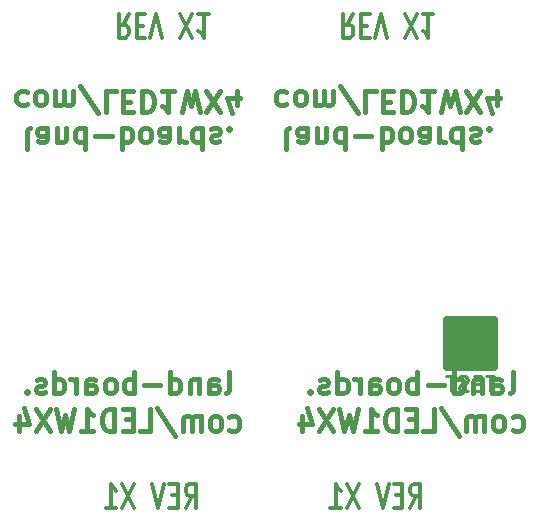
<source format=gbr>
G04 #@! TF.FileFunction,Legend,Bot*
%FSLAX46Y46*%
G04 Gerber Fmt 4.6, Leading zero omitted, Abs format (unit mm)*
G04 Created by KiCad (PCBNEW 4.0.5) date 03/12/17 12:42:56*
%MOMM*%
%LPD*%
G01*
G04 APERTURE LIST*
%ADD10C,0.150000*%
%ADD11C,0.304800*%
%ADD12C,0.450000*%
%ADD13C,0.650000*%
%ADD14C,0.254000*%
G04 APERTURE END LIST*
D10*
D11*
X188902858Y-122919238D02*
X189410858Y-121951619D01*
X189773715Y-122919238D02*
X189773715Y-120887238D01*
X189193143Y-120887238D01*
X189048001Y-120984000D01*
X188975429Y-121080762D01*
X188902858Y-121274286D01*
X188902858Y-121564571D01*
X188975429Y-121758095D01*
X189048001Y-121854857D01*
X189193143Y-121951619D01*
X189773715Y-121951619D01*
X188249715Y-121854857D02*
X187741715Y-121854857D01*
X187524001Y-122919238D02*
X188249715Y-122919238D01*
X188249715Y-120887238D01*
X187524001Y-120887238D01*
X187088572Y-120887238D02*
X186580572Y-122919238D01*
X186072572Y-120887238D01*
X184548572Y-120887238D02*
X183532572Y-122919238D01*
X183532572Y-120887238D02*
X184548572Y-122919238D01*
X182153714Y-122919238D02*
X183024571Y-122919238D01*
X182589143Y-122919238D02*
X182589143Y-120887238D01*
X182734286Y-121177524D01*
X182879428Y-121371048D01*
X183024571Y-121467810D01*
D12*
X197314284Y-113239286D02*
X197485712Y-113153571D01*
X197571427Y-112982143D01*
X197571427Y-111439286D01*
X195857141Y-113239286D02*
X195857141Y-112296429D01*
X195942855Y-112125000D01*
X196114284Y-112039286D01*
X196457141Y-112039286D01*
X196628570Y-112125000D01*
X195857141Y-113153571D02*
X196028570Y-113239286D01*
X196457141Y-113239286D01*
X196628570Y-113153571D01*
X196714284Y-112982143D01*
X196714284Y-112810714D01*
X196628570Y-112639286D01*
X196457141Y-112553571D01*
X196028570Y-112553571D01*
X195857141Y-112467857D01*
X194999999Y-112039286D02*
X194999999Y-113239286D01*
X194999999Y-112210714D02*
X194914284Y-112125000D01*
X194742856Y-112039286D01*
X194485713Y-112039286D01*
X194314284Y-112125000D01*
X194228570Y-112296429D01*
X194228570Y-113239286D01*
X192599999Y-113239286D02*
X192599999Y-111439286D01*
X192599999Y-113153571D02*
X192771428Y-113239286D01*
X193114285Y-113239286D01*
X193285713Y-113153571D01*
X193371428Y-113067857D01*
X193457142Y-112896429D01*
X193457142Y-112382143D01*
X193371428Y-112210714D01*
X193285713Y-112125000D01*
X193114285Y-112039286D01*
X192771428Y-112039286D01*
X192599999Y-112125000D01*
X191742857Y-112553571D02*
X190371428Y-112553571D01*
X189514286Y-113239286D02*
X189514286Y-111439286D01*
X189514286Y-112125000D02*
X189342857Y-112039286D01*
X189000000Y-112039286D01*
X188828571Y-112125000D01*
X188742857Y-112210714D01*
X188657143Y-112382143D01*
X188657143Y-112896429D01*
X188742857Y-113067857D01*
X188828571Y-113153571D01*
X189000000Y-113239286D01*
X189342857Y-113239286D01*
X189514286Y-113153571D01*
X187628572Y-113239286D02*
X187800000Y-113153571D01*
X187885715Y-113067857D01*
X187971429Y-112896429D01*
X187971429Y-112382143D01*
X187885715Y-112210714D01*
X187800000Y-112125000D01*
X187628572Y-112039286D01*
X187371429Y-112039286D01*
X187200000Y-112125000D01*
X187114286Y-112210714D01*
X187028572Y-112382143D01*
X187028572Y-112896429D01*
X187114286Y-113067857D01*
X187200000Y-113153571D01*
X187371429Y-113239286D01*
X187628572Y-113239286D01*
X185485715Y-113239286D02*
X185485715Y-112296429D01*
X185571429Y-112125000D01*
X185742858Y-112039286D01*
X186085715Y-112039286D01*
X186257144Y-112125000D01*
X185485715Y-113153571D02*
X185657144Y-113239286D01*
X186085715Y-113239286D01*
X186257144Y-113153571D01*
X186342858Y-112982143D01*
X186342858Y-112810714D01*
X186257144Y-112639286D01*
X186085715Y-112553571D01*
X185657144Y-112553571D01*
X185485715Y-112467857D01*
X184628573Y-113239286D02*
X184628573Y-112039286D01*
X184628573Y-112382143D02*
X184542858Y-112210714D01*
X184457144Y-112125000D01*
X184285715Y-112039286D01*
X184114287Y-112039286D01*
X182742858Y-113239286D02*
X182742858Y-111439286D01*
X182742858Y-113153571D02*
X182914287Y-113239286D01*
X183257144Y-113239286D01*
X183428572Y-113153571D01*
X183514287Y-113067857D01*
X183600001Y-112896429D01*
X183600001Y-112382143D01*
X183514287Y-112210714D01*
X183428572Y-112125000D01*
X183257144Y-112039286D01*
X182914287Y-112039286D01*
X182742858Y-112125000D01*
X181971430Y-113153571D02*
X181800001Y-113239286D01*
X181457144Y-113239286D01*
X181285716Y-113153571D01*
X181200001Y-112982143D01*
X181200001Y-112896429D01*
X181285716Y-112725000D01*
X181457144Y-112639286D01*
X181714287Y-112639286D01*
X181885716Y-112553571D01*
X181971430Y-112382143D01*
X181971430Y-112296429D01*
X181885716Y-112125000D01*
X181714287Y-112039286D01*
X181457144Y-112039286D01*
X181285716Y-112125000D01*
X180428573Y-113067857D02*
X180342858Y-113153571D01*
X180428573Y-113239286D01*
X180514287Y-113153571D01*
X180428573Y-113067857D01*
X180428573Y-113239286D01*
X197571428Y-116303571D02*
X197742857Y-116389286D01*
X198085714Y-116389286D01*
X198257142Y-116303571D01*
X198342857Y-116217857D01*
X198428571Y-116046429D01*
X198428571Y-115532143D01*
X198342857Y-115360714D01*
X198257142Y-115275000D01*
X198085714Y-115189286D01*
X197742857Y-115189286D01*
X197571428Y-115275000D01*
X196542857Y-116389286D02*
X196714285Y-116303571D01*
X196800000Y-116217857D01*
X196885714Y-116046429D01*
X196885714Y-115532143D01*
X196800000Y-115360714D01*
X196714285Y-115275000D01*
X196542857Y-115189286D01*
X196285714Y-115189286D01*
X196114285Y-115275000D01*
X196028571Y-115360714D01*
X195942857Y-115532143D01*
X195942857Y-116046429D01*
X196028571Y-116217857D01*
X196114285Y-116303571D01*
X196285714Y-116389286D01*
X196542857Y-116389286D01*
X195171429Y-116389286D02*
X195171429Y-115189286D01*
X195171429Y-115360714D02*
X195085714Y-115275000D01*
X194914286Y-115189286D01*
X194657143Y-115189286D01*
X194485714Y-115275000D01*
X194400000Y-115446429D01*
X194400000Y-116389286D01*
X194400000Y-115446429D02*
X194314286Y-115275000D01*
X194142857Y-115189286D01*
X193885714Y-115189286D01*
X193714286Y-115275000D01*
X193628571Y-115446429D01*
X193628571Y-116389286D01*
X191485714Y-114503571D02*
X193028571Y-116817857D01*
X190028572Y-116389286D02*
X190885715Y-116389286D01*
X190885715Y-114589286D01*
X189428572Y-115446429D02*
X188828572Y-115446429D01*
X188571429Y-116389286D02*
X189428572Y-116389286D01*
X189428572Y-114589286D01*
X188571429Y-114589286D01*
X187800001Y-116389286D02*
X187800001Y-114589286D01*
X187371429Y-114589286D01*
X187114286Y-114675000D01*
X186942858Y-114846429D01*
X186857143Y-115017857D01*
X186771429Y-115360714D01*
X186771429Y-115617857D01*
X186857143Y-115960714D01*
X186942858Y-116132143D01*
X187114286Y-116303571D01*
X187371429Y-116389286D01*
X187800001Y-116389286D01*
X185057143Y-116389286D02*
X186085715Y-116389286D01*
X185571429Y-116389286D02*
X185571429Y-114589286D01*
X185742858Y-114846429D01*
X185914286Y-115017857D01*
X186085715Y-115103571D01*
X184457143Y-114589286D02*
X184028572Y-116389286D01*
X183685715Y-115103571D01*
X183342857Y-116389286D01*
X182914286Y-114589286D01*
X182400000Y-114589286D02*
X181200000Y-116389286D01*
X181200000Y-114589286D02*
X182400000Y-116389286D01*
X179742857Y-115189286D02*
X179742857Y-116389286D01*
X180171428Y-114503571D02*
X180600000Y-115789286D01*
X179485714Y-115789286D01*
D11*
X184097142Y-81080762D02*
X183589142Y-82048381D01*
X183226285Y-81080762D02*
X183226285Y-83112762D01*
X183806857Y-83112762D01*
X183951999Y-83016000D01*
X184024571Y-82919238D01*
X184097142Y-82725714D01*
X184097142Y-82435429D01*
X184024571Y-82241905D01*
X183951999Y-82145143D01*
X183806857Y-82048381D01*
X183226285Y-82048381D01*
X184750285Y-82145143D02*
X185258285Y-82145143D01*
X185475999Y-81080762D02*
X184750285Y-81080762D01*
X184750285Y-83112762D01*
X185475999Y-83112762D01*
X185911428Y-83112762D02*
X186419428Y-81080762D01*
X186927428Y-83112762D01*
X188451428Y-83112762D02*
X189467428Y-81080762D01*
X189467428Y-83112762D02*
X188451428Y-81080762D01*
X190846286Y-81080762D02*
X189975429Y-81080762D01*
X190410857Y-81080762D02*
X190410857Y-83112762D01*
X190265714Y-82822476D01*
X190120572Y-82628952D01*
X189975429Y-82532190D01*
X169902858Y-122919238D02*
X170410858Y-121951619D01*
X170773715Y-122919238D02*
X170773715Y-120887238D01*
X170193143Y-120887238D01*
X170048001Y-120984000D01*
X169975429Y-121080762D01*
X169902858Y-121274286D01*
X169902858Y-121564571D01*
X169975429Y-121758095D01*
X170048001Y-121854857D01*
X170193143Y-121951619D01*
X170773715Y-121951619D01*
X169249715Y-121854857D02*
X168741715Y-121854857D01*
X168524001Y-122919238D02*
X169249715Y-122919238D01*
X169249715Y-120887238D01*
X168524001Y-120887238D01*
X168088572Y-120887238D02*
X167580572Y-122919238D01*
X167072572Y-120887238D01*
X165548572Y-120887238D02*
X164532572Y-122919238D01*
X164532572Y-120887238D02*
X165548572Y-122919238D01*
X163153714Y-122919238D02*
X164024571Y-122919238D01*
X163589143Y-122919238D02*
X163589143Y-120887238D01*
X163734286Y-121177524D01*
X163879428Y-121371048D01*
X164024571Y-121467810D01*
D12*
X173314284Y-113239286D02*
X173485712Y-113153571D01*
X173571427Y-112982143D01*
X173571427Y-111439286D01*
X171857141Y-113239286D02*
X171857141Y-112296429D01*
X171942855Y-112125000D01*
X172114284Y-112039286D01*
X172457141Y-112039286D01*
X172628570Y-112125000D01*
X171857141Y-113153571D02*
X172028570Y-113239286D01*
X172457141Y-113239286D01*
X172628570Y-113153571D01*
X172714284Y-112982143D01*
X172714284Y-112810714D01*
X172628570Y-112639286D01*
X172457141Y-112553571D01*
X172028570Y-112553571D01*
X171857141Y-112467857D01*
X170999999Y-112039286D02*
X170999999Y-113239286D01*
X170999999Y-112210714D02*
X170914284Y-112125000D01*
X170742856Y-112039286D01*
X170485713Y-112039286D01*
X170314284Y-112125000D01*
X170228570Y-112296429D01*
X170228570Y-113239286D01*
X168599999Y-113239286D02*
X168599999Y-111439286D01*
X168599999Y-113153571D02*
X168771428Y-113239286D01*
X169114285Y-113239286D01*
X169285713Y-113153571D01*
X169371428Y-113067857D01*
X169457142Y-112896429D01*
X169457142Y-112382143D01*
X169371428Y-112210714D01*
X169285713Y-112125000D01*
X169114285Y-112039286D01*
X168771428Y-112039286D01*
X168599999Y-112125000D01*
X167742857Y-112553571D02*
X166371428Y-112553571D01*
X165514286Y-113239286D02*
X165514286Y-111439286D01*
X165514286Y-112125000D02*
X165342857Y-112039286D01*
X165000000Y-112039286D01*
X164828571Y-112125000D01*
X164742857Y-112210714D01*
X164657143Y-112382143D01*
X164657143Y-112896429D01*
X164742857Y-113067857D01*
X164828571Y-113153571D01*
X165000000Y-113239286D01*
X165342857Y-113239286D01*
X165514286Y-113153571D01*
X163628572Y-113239286D02*
X163800000Y-113153571D01*
X163885715Y-113067857D01*
X163971429Y-112896429D01*
X163971429Y-112382143D01*
X163885715Y-112210714D01*
X163800000Y-112125000D01*
X163628572Y-112039286D01*
X163371429Y-112039286D01*
X163200000Y-112125000D01*
X163114286Y-112210714D01*
X163028572Y-112382143D01*
X163028572Y-112896429D01*
X163114286Y-113067857D01*
X163200000Y-113153571D01*
X163371429Y-113239286D01*
X163628572Y-113239286D01*
X161485715Y-113239286D02*
X161485715Y-112296429D01*
X161571429Y-112125000D01*
X161742858Y-112039286D01*
X162085715Y-112039286D01*
X162257144Y-112125000D01*
X161485715Y-113153571D02*
X161657144Y-113239286D01*
X162085715Y-113239286D01*
X162257144Y-113153571D01*
X162342858Y-112982143D01*
X162342858Y-112810714D01*
X162257144Y-112639286D01*
X162085715Y-112553571D01*
X161657144Y-112553571D01*
X161485715Y-112467857D01*
X160628573Y-113239286D02*
X160628573Y-112039286D01*
X160628573Y-112382143D02*
X160542858Y-112210714D01*
X160457144Y-112125000D01*
X160285715Y-112039286D01*
X160114287Y-112039286D01*
X158742858Y-113239286D02*
X158742858Y-111439286D01*
X158742858Y-113153571D02*
X158914287Y-113239286D01*
X159257144Y-113239286D01*
X159428572Y-113153571D01*
X159514287Y-113067857D01*
X159600001Y-112896429D01*
X159600001Y-112382143D01*
X159514287Y-112210714D01*
X159428572Y-112125000D01*
X159257144Y-112039286D01*
X158914287Y-112039286D01*
X158742858Y-112125000D01*
X157971430Y-113153571D02*
X157800001Y-113239286D01*
X157457144Y-113239286D01*
X157285716Y-113153571D01*
X157200001Y-112982143D01*
X157200001Y-112896429D01*
X157285716Y-112725000D01*
X157457144Y-112639286D01*
X157714287Y-112639286D01*
X157885716Y-112553571D01*
X157971430Y-112382143D01*
X157971430Y-112296429D01*
X157885716Y-112125000D01*
X157714287Y-112039286D01*
X157457144Y-112039286D01*
X157285716Y-112125000D01*
X156428573Y-113067857D02*
X156342858Y-113153571D01*
X156428573Y-113239286D01*
X156514287Y-113153571D01*
X156428573Y-113067857D01*
X156428573Y-113239286D01*
X173571428Y-116303571D02*
X173742857Y-116389286D01*
X174085714Y-116389286D01*
X174257142Y-116303571D01*
X174342857Y-116217857D01*
X174428571Y-116046429D01*
X174428571Y-115532143D01*
X174342857Y-115360714D01*
X174257142Y-115275000D01*
X174085714Y-115189286D01*
X173742857Y-115189286D01*
X173571428Y-115275000D01*
X172542857Y-116389286D02*
X172714285Y-116303571D01*
X172800000Y-116217857D01*
X172885714Y-116046429D01*
X172885714Y-115532143D01*
X172800000Y-115360714D01*
X172714285Y-115275000D01*
X172542857Y-115189286D01*
X172285714Y-115189286D01*
X172114285Y-115275000D01*
X172028571Y-115360714D01*
X171942857Y-115532143D01*
X171942857Y-116046429D01*
X172028571Y-116217857D01*
X172114285Y-116303571D01*
X172285714Y-116389286D01*
X172542857Y-116389286D01*
X171171429Y-116389286D02*
X171171429Y-115189286D01*
X171171429Y-115360714D02*
X171085714Y-115275000D01*
X170914286Y-115189286D01*
X170657143Y-115189286D01*
X170485714Y-115275000D01*
X170400000Y-115446429D01*
X170400000Y-116389286D01*
X170400000Y-115446429D02*
X170314286Y-115275000D01*
X170142857Y-115189286D01*
X169885714Y-115189286D01*
X169714286Y-115275000D01*
X169628571Y-115446429D01*
X169628571Y-116389286D01*
X167485714Y-114503571D02*
X169028571Y-116817857D01*
X166028572Y-116389286D02*
X166885715Y-116389286D01*
X166885715Y-114589286D01*
X165428572Y-115446429D02*
X164828572Y-115446429D01*
X164571429Y-116389286D02*
X165428572Y-116389286D01*
X165428572Y-114589286D01*
X164571429Y-114589286D01*
X163800001Y-116389286D02*
X163800001Y-114589286D01*
X163371429Y-114589286D01*
X163114286Y-114675000D01*
X162942858Y-114846429D01*
X162857143Y-115017857D01*
X162771429Y-115360714D01*
X162771429Y-115617857D01*
X162857143Y-115960714D01*
X162942858Y-116132143D01*
X163114286Y-116303571D01*
X163371429Y-116389286D01*
X163800001Y-116389286D01*
X161057143Y-116389286D02*
X162085715Y-116389286D01*
X161571429Y-116389286D02*
X161571429Y-114589286D01*
X161742858Y-114846429D01*
X161914286Y-115017857D01*
X162085715Y-115103571D01*
X160457143Y-114589286D02*
X160028572Y-116389286D01*
X159685715Y-115103571D01*
X159342857Y-116389286D01*
X158914286Y-114589286D01*
X158400000Y-114589286D02*
X157200000Y-116389286D01*
X157200000Y-114589286D02*
X158400000Y-116389286D01*
X155742857Y-115189286D02*
X155742857Y-116389286D01*
X156171428Y-114503571D02*
X156600000Y-115789286D01*
X155485714Y-115789286D01*
X178685716Y-90760714D02*
X178514288Y-90846429D01*
X178428573Y-91017857D01*
X178428573Y-92560714D01*
X180142859Y-90760714D02*
X180142859Y-91703571D01*
X180057145Y-91875000D01*
X179885716Y-91960714D01*
X179542859Y-91960714D01*
X179371430Y-91875000D01*
X180142859Y-90846429D02*
X179971430Y-90760714D01*
X179542859Y-90760714D01*
X179371430Y-90846429D01*
X179285716Y-91017857D01*
X179285716Y-91189286D01*
X179371430Y-91360714D01*
X179542859Y-91446429D01*
X179971430Y-91446429D01*
X180142859Y-91532143D01*
X181000001Y-91960714D02*
X181000001Y-90760714D01*
X181000001Y-91789286D02*
X181085716Y-91875000D01*
X181257144Y-91960714D01*
X181514287Y-91960714D01*
X181685716Y-91875000D01*
X181771430Y-91703571D01*
X181771430Y-90760714D01*
X183400001Y-90760714D02*
X183400001Y-92560714D01*
X183400001Y-90846429D02*
X183228572Y-90760714D01*
X182885715Y-90760714D01*
X182714287Y-90846429D01*
X182628572Y-90932143D01*
X182542858Y-91103571D01*
X182542858Y-91617857D01*
X182628572Y-91789286D01*
X182714287Y-91875000D01*
X182885715Y-91960714D01*
X183228572Y-91960714D01*
X183400001Y-91875000D01*
X184257143Y-91446429D02*
X185628572Y-91446429D01*
X186485714Y-90760714D02*
X186485714Y-92560714D01*
X186485714Y-91875000D02*
X186657143Y-91960714D01*
X187000000Y-91960714D01*
X187171429Y-91875000D01*
X187257143Y-91789286D01*
X187342857Y-91617857D01*
X187342857Y-91103571D01*
X187257143Y-90932143D01*
X187171429Y-90846429D01*
X187000000Y-90760714D01*
X186657143Y-90760714D01*
X186485714Y-90846429D01*
X188371428Y-90760714D02*
X188200000Y-90846429D01*
X188114285Y-90932143D01*
X188028571Y-91103571D01*
X188028571Y-91617857D01*
X188114285Y-91789286D01*
X188200000Y-91875000D01*
X188371428Y-91960714D01*
X188628571Y-91960714D01*
X188800000Y-91875000D01*
X188885714Y-91789286D01*
X188971428Y-91617857D01*
X188971428Y-91103571D01*
X188885714Y-90932143D01*
X188800000Y-90846429D01*
X188628571Y-90760714D01*
X188371428Y-90760714D01*
X190514285Y-90760714D02*
X190514285Y-91703571D01*
X190428571Y-91875000D01*
X190257142Y-91960714D01*
X189914285Y-91960714D01*
X189742856Y-91875000D01*
X190514285Y-90846429D02*
X190342856Y-90760714D01*
X189914285Y-90760714D01*
X189742856Y-90846429D01*
X189657142Y-91017857D01*
X189657142Y-91189286D01*
X189742856Y-91360714D01*
X189914285Y-91446429D01*
X190342856Y-91446429D01*
X190514285Y-91532143D01*
X191371427Y-90760714D02*
X191371427Y-91960714D01*
X191371427Y-91617857D02*
X191457142Y-91789286D01*
X191542856Y-91875000D01*
X191714285Y-91960714D01*
X191885713Y-91960714D01*
X193257142Y-90760714D02*
X193257142Y-92560714D01*
X193257142Y-90846429D02*
X193085713Y-90760714D01*
X192742856Y-90760714D01*
X192571428Y-90846429D01*
X192485713Y-90932143D01*
X192399999Y-91103571D01*
X192399999Y-91617857D01*
X192485713Y-91789286D01*
X192571428Y-91875000D01*
X192742856Y-91960714D01*
X193085713Y-91960714D01*
X193257142Y-91875000D01*
X194028570Y-90846429D02*
X194199999Y-90760714D01*
X194542856Y-90760714D01*
X194714284Y-90846429D01*
X194799999Y-91017857D01*
X194799999Y-91103571D01*
X194714284Y-91275000D01*
X194542856Y-91360714D01*
X194285713Y-91360714D01*
X194114284Y-91446429D01*
X194028570Y-91617857D01*
X194028570Y-91703571D01*
X194114284Y-91875000D01*
X194285713Y-91960714D01*
X194542856Y-91960714D01*
X194714284Y-91875000D01*
X195571427Y-90932143D02*
X195657142Y-90846429D01*
X195571427Y-90760714D01*
X195485713Y-90846429D01*
X195571427Y-90932143D01*
X195571427Y-90760714D01*
X178428572Y-87696429D02*
X178257143Y-87610714D01*
X177914286Y-87610714D01*
X177742858Y-87696429D01*
X177657143Y-87782143D01*
X177571429Y-87953571D01*
X177571429Y-88467857D01*
X177657143Y-88639286D01*
X177742858Y-88725000D01*
X177914286Y-88810714D01*
X178257143Y-88810714D01*
X178428572Y-88725000D01*
X179457143Y-87610714D02*
X179285715Y-87696429D01*
X179200000Y-87782143D01*
X179114286Y-87953571D01*
X179114286Y-88467857D01*
X179200000Y-88639286D01*
X179285715Y-88725000D01*
X179457143Y-88810714D01*
X179714286Y-88810714D01*
X179885715Y-88725000D01*
X179971429Y-88639286D01*
X180057143Y-88467857D01*
X180057143Y-87953571D01*
X179971429Y-87782143D01*
X179885715Y-87696429D01*
X179714286Y-87610714D01*
X179457143Y-87610714D01*
X180828571Y-87610714D02*
X180828571Y-88810714D01*
X180828571Y-88639286D02*
X180914286Y-88725000D01*
X181085714Y-88810714D01*
X181342857Y-88810714D01*
X181514286Y-88725000D01*
X181600000Y-88553571D01*
X181600000Y-87610714D01*
X181600000Y-88553571D02*
X181685714Y-88725000D01*
X181857143Y-88810714D01*
X182114286Y-88810714D01*
X182285714Y-88725000D01*
X182371429Y-88553571D01*
X182371429Y-87610714D01*
X184514286Y-89496429D02*
X182971429Y-87182143D01*
X185971428Y-87610714D02*
X185114285Y-87610714D01*
X185114285Y-89410714D01*
X186571428Y-88553571D02*
X187171428Y-88553571D01*
X187428571Y-87610714D02*
X186571428Y-87610714D01*
X186571428Y-89410714D01*
X187428571Y-89410714D01*
X188199999Y-87610714D02*
X188199999Y-89410714D01*
X188628571Y-89410714D01*
X188885714Y-89325000D01*
X189057142Y-89153571D01*
X189142857Y-88982143D01*
X189228571Y-88639286D01*
X189228571Y-88382143D01*
X189142857Y-88039286D01*
X189057142Y-87867857D01*
X188885714Y-87696429D01*
X188628571Y-87610714D01*
X188199999Y-87610714D01*
X190942857Y-87610714D02*
X189914285Y-87610714D01*
X190428571Y-87610714D02*
X190428571Y-89410714D01*
X190257142Y-89153571D01*
X190085714Y-88982143D01*
X189914285Y-88896429D01*
X191542857Y-89410714D02*
X191971428Y-87610714D01*
X192314285Y-88896429D01*
X192657143Y-87610714D01*
X193085714Y-89410714D01*
X193600000Y-89410714D02*
X194800000Y-87610714D01*
X194800000Y-89410714D02*
X193600000Y-87610714D01*
X196257143Y-88810714D02*
X196257143Y-87610714D01*
X195828572Y-89496429D02*
X195400000Y-88210714D01*
X196514286Y-88210714D01*
D11*
X165097142Y-81080762D02*
X164589142Y-82048381D01*
X164226285Y-81080762D02*
X164226285Y-83112762D01*
X164806857Y-83112762D01*
X164951999Y-83016000D01*
X165024571Y-82919238D01*
X165097142Y-82725714D01*
X165097142Y-82435429D01*
X165024571Y-82241905D01*
X164951999Y-82145143D01*
X164806857Y-82048381D01*
X164226285Y-82048381D01*
X165750285Y-82145143D02*
X166258285Y-82145143D01*
X166475999Y-81080762D02*
X165750285Y-81080762D01*
X165750285Y-83112762D01*
X166475999Y-83112762D01*
X166911428Y-83112762D02*
X167419428Y-81080762D01*
X167927428Y-83112762D01*
X169451428Y-83112762D02*
X170467428Y-81080762D01*
X170467428Y-83112762D02*
X169451428Y-81080762D01*
X171846286Y-81080762D02*
X170975429Y-81080762D01*
X171410857Y-81080762D02*
X171410857Y-83112762D01*
X171265714Y-82822476D01*
X171120572Y-82628952D01*
X170975429Y-82532190D01*
D12*
X156685716Y-90760714D02*
X156514288Y-90846429D01*
X156428573Y-91017857D01*
X156428573Y-92560714D01*
X158142859Y-90760714D02*
X158142859Y-91703571D01*
X158057145Y-91875000D01*
X157885716Y-91960714D01*
X157542859Y-91960714D01*
X157371430Y-91875000D01*
X158142859Y-90846429D02*
X157971430Y-90760714D01*
X157542859Y-90760714D01*
X157371430Y-90846429D01*
X157285716Y-91017857D01*
X157285716Y-91189286D01*
X157371430Y-91360714D01*
X157542859Y-91446429D01*
X157971430Y-91446429D01*
X158142859Y-91532143D01*
X159000001Y-91960714D02*
X159000001Y-90760714D01*
X159000001Y-91789286D02*
X159085716Y-91875000D01*
X159257144Y-91960714D01*
X159514287Y-91960714D01*
X159685716Y-91875000D01*
X159771430Y-91703571D01*
X159771430Y-90760714D01*
X161400001Y-90760714D02*
X161400001Y-92560714D01*
X161400001Y-90846429D02*
X161228572Y-90760714D01*
X160885715Y-90760714D01*
X160714287Y-90846429D01*
X160628572Y-90932143D01*
X160542858Y-91103571D01*
X160542858Y-91617857D01*
X160628572Y-91789286D01*
X160714287Y-91875000D01*
X160885715Y-91960714D01*
X161228572Y-91960714D01*
X161400001Y-91875000D01*
X162257143Y-91446429D02*
X163628572Y-91446429D01*
X164485714Y-90760714D02*
X164485714Y-92560714D01*
X164485714Y-91875000D02*
X164657143Y-91960714D01*
X165000000Y-91960714D01*
X165171429Y-91875000D01*
X165257143Y-91789286D01*
X165342857Y-91617857D01*
X165342857Y-91103571D01*
X165257143Y-90932143D01*
X165171429Y-90846429D01*
X165000000Y-90760714D01*
X164657143Y-90760714D01*
X164485714Y-90846429D01*
X166371428Y-90760714D02*
X166200000Y-90846429D01*
X166114285Y-90932143D01*
X166028571Y-91103571D01*
X166028571Y-91617857D01*
X166114285Y-91789286D01*
X166200000Y-91875000D01*
X166371428Y-91960714D01*
X166628571Y-91960714D01*
X166800000Y-91875000D01*
X166885714Y-91789286D01*
X166971428Y-91617857D01*
X166971428Y-91103571D01*
X166885714Y-90932143D01*
X166800000Y-90846429D01*
X166628571Y-90760714D01*
X166371428Y-90760714D01*
X168514285Y-90760714D02*
X168514285Y-91703571D01*
X168428571Y-91875000D01*
X168257142Y-91960714D01*
X167914285Y-91960714D01*
X167742856Y-91875000D01*
X168514285Y-90846429D02*
X168342856Y-90760714D01*
X167914285Y-90760714D01*
X167742856Y-90846429D01*
X167657142Y-91017857D01*
X167657142Y-91189286D01*
X167742856Y-91360714D01*
X167914285Y-91446429D01*
X168342856Y-91446429D01*
X168514285Y-91532143D01*
X169371427Y-90760714D02*
X169371427Y-91960714D01*
X169371427Y-91617857D02*
X169457142Y-91789286D01*
X169542856Y-91875000D01*
X169714285Y-91960714D01*
X169885713Y-91960714D01*
X171257142Y-90760714D02*
X171257142Y-92560714D01*
X171257142Y-90846429D02*
X171085713Y-90760714D01*
X170742856Y-90760714D01*
X170571428Y-90846429D01*
X170485713Y-90932143D01*
X170399999Y-91103571D01*
X170399999Y-91617857D01*
X170485713Y-91789286D01*
X170571428Y-91875000D01*
X170742856Y-91960714D01*
X171085713Y-91960714D01*
X171257142Y-91875000D01*
X172028570Y-90846429D02*
X172199999Y-90760714D01*
X172542856Y-90760714D01*
X172714284Y-90846429D01*
X172799999Y-91017857D01*
X172799999Y-91103571D01*
X172714284Y-91275000D01*
X172542856Y-91360714D01*
X172285713Y-91360714D01*
X172114284Y-91446429D01*
X172028570Y-91617857D01*
X172028570Y-91703571D01*
X172114284Y-91875000D01*
X172285713Y-91960714D01*
X172542856Y-91960714D01*
X172714284Y-91875000D01*
X173571427Y-90932143D02*
X173657142Y-90846429D01*
X173571427Y-90760714D01*
X173485713Y-90846429D01*
X173571427Y-90932143D01*
X173571427Y-90760714D01*
X156428572Y-87696429D02*
X156257143Y-87610714D01*
X155914286Y-87610714D01*
X155742858Y-87696429D01*
X155657143Y-87782143D01*
X155571429Y-87953571D01*
X155571429Y-88467857D01*
X155657143Y-88639286D01*
X155742858Y-88725000D01*
X155914286Y-88810714D01*
X156257143Y-88810714D01*
X156428572Y-88725000D01*
X157457143Y-87610714D02*
X157285715Y-87696429D01*
X157200000Y-87782143D01*
X157114286Y-87953571D01*
X157114286Y-88467857D01*
X157200000Y-88639286D01*
X157285715Y-88725000D01*
X157457143Y-88810714D01*
X157714286Y-88810714D01*
X157885715Y-88725000D01*
X157971429Y-88639286D01*
X158057143Y-88467857D01*
X158057143Y-87953571D01*
X157971429Y-87782143D01*
X157885715Y-87696429D01*
X157714286Y-87610714D01*
X157457143Y-87610714D01*
X158828571Y-87610714D02*
X158828571Y-88810714D01*
X158828571Y-88639286D02*
X158914286Y-88725000D01*
X159085714Y-88810714D01*
X159342857Y-88810714D01*
X159514286Y-88725000D01*
X159600000Y-88553571D01*
X159600000Y-87610714D01*
X159600000Y-88553571D02*
X159685714Y-88725000D01*
X159857143Y-88810714D01*
X160114286Y-88810714D01*
X160285714Y-88725000D01*
X160371429Y-88553571D01*
X160371429Y-87610714D01*
X162514286Y-89496429D02*
X160971429Y-87182143D01*
X163971428Y-87610714D02*
X163114285Y-87610714D01*
X163114285Y-89410714D01*
X164571428Y-88553571D02*
X165171428Y-88553571D01*
X165428571Y-87610714D02*
X164571428Y-87610714D01*
X164571428Y-89410714D01*
X165428571Y-89410714D01*
X166199999Y-87610714D02*
X166199999Y-89410714D01*
X166628571Y-89410714D01*
X166885714Y-89325000D01*
X167057142Y-89153571D01*
X167142857Y-88982143D01*
X167228571Y-88639286D01*
X167228571Y-88382143D01*
X167142857Y-88039286D01*
X167057142Y-87867857D01*
X166885714Y-87696429D01*
X166628571Y-87610714D01*
X166199999Y-87610714D01*
X168942857Y-87610714D02*
X167914285Y-87610714D01*
X168428571Y-87610714D02*
X168428571Y-89410714D01*
X168257142Y-89153571D01*
X168085714Y-88982143D01*
X167914285Y-88896429D01*
X169542857Y-89410714D02*
X169971428Y-87610714D01*
X170314285Y-88896429D01*
X170657143Y-87610714D01*
X171085714Y-89410714D01*
X171600000Y-89410714D02*
X172800000Y-87610714D01*
X172800000Y-89410714D02*
X171600000Y-87610714D01*
X174257143Y-88810714D02*
X174257143Y-87610714D01*
X173828572Y-89496429D02*
X173400000Y-88210714D01*
X174514286Y-88210714D01*
D13*
X196000000Y-111000000D02*
X192000000Y-111000000D01*
X192000000Y-111000000D02*
X192000000Y-107000000D01*
X192000000Y-107000000D02*
X196000000Y-107000000D01*
X196000000Y-107000000D02*
X196000000Y-111000000D01*
X196000000Y-111000000D02*
X196000000Y-110500000D01*
X196000000Y-110500000D02*
X192000000Y-110500000D01*
X192000000Y-110500000D02*
X192000000Y-110000000D01*
X192000000Y-110000000D02*
X196000000Y-110000000D01*
X196000000Y-110000000D02*
X196000000Y-109500000D01*
X196000000Y-109500000D02*
X192000000Y-109500000D01*
X192000000Y-109500000D02*
X192000000Y-109000000D01*
X192000000Y-109000000D02*
X196000000Y-109000000D01*
X196000000Y-109000000D02*
X196000000Y-108500000D01*
X196000000Y-108500000D02*
X192500000Y-108500000D01*
X192500000Y-108500000D02*
X192000000Y-108500000D01*
X192000000Y-108500000D02*
X192000000Y-108000000D01*
X192000000Y-108000000D02*
X196000000Y-108000000D01*
X196000000Y-108000000D02*
X196000000Y-107500000D01*
X196000000Y-107500000D02*
X192000000Y-107500000D01*
D14*
X196025953Y-111804524D02*
X195300238Y-111804524D01*
X195663095Y-113074524D02*
X195663095Y-111804524D01*
X194876905Y-112409286D02*
X194453572Y-112409286D01*
X194272143Y-113074524D02*
X194876905Y-113074524D01*
X194876905Y-111804524D01*
X194272143Y-111804524D01*
X193788333Y-113014048D02*
X193606905Y-113074524D01*
X193304524Y-113074524D01*
X193183571Y-113014048D01*
X193123095Y-112953571D01*
X193062619Y-112832619D01*
X193062619Y-112711667D01*
X193123095Y-112590714D01*
X193183571Y-112530238D01*
X193304524Y-112469762D01*
X193546428Y-112409286D01*
X193667381Y-112348810D01*
X193727857Y-112288333D01*
X193788333Y-112167381D01*
X193788333Y-112046429D01*
X193727857Y-111925476D01*
X193667381Y-111865000D01*
X193546428Y-111804524D01*
X193244048Y-111804524D01*
X193062619Y-111865000D01*
X192699762Y-111804524D02*
X191974047Y-111804524D01*
X192336904Y-113074524D02*
X192336904Y-111804524D01*
M02*

</source>
